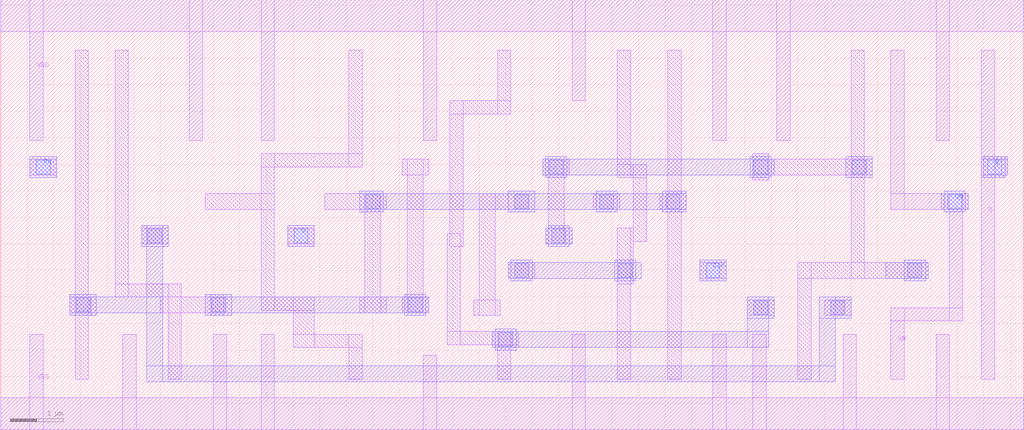
<source format=lef>
# Copyright 2022 Google LLC
# Licensed under the Apache License, Version 2.0 (the "License");
# you may not use this file except in compliance with the License.
# You may obtain a copy of the License at
#
#      http://www.apache.org/licenses/LICENSE-2.0
#
# Unless required by applicable law or agreed to in writing, software
# distributed under the License is distributed on an "AS IS" BASIS,
# WITHOUT WARRANTIES OR CONDITIONS OF ANY KIND, either express or implied.
# See the License for the specific language governing permissions and
# limitations under the License.
VERSION 5.7 ;
BUSBITCHARS "[]" ;
DIVIDERCHAR "/" ;

MACRO gf180mcu_osu_sc_gp12t3v3__dffrn_1
  CLASS CORE ;
  ORIGIN 0 0 ;
  FOREIGN gf180mcu_osu_sc_gp12t3v3__dffrn_1 0 0 ;
  SIZE 19.25 BY 8.1 ;
  SYMMETRY X Y ;
  SITE GF180_3p3_12t ;
  PIN VDD
    DIRECTION INOUT ;
    USE POWER ;
    SHAPE ABUTMENT ;
    PORT
      LAYER MET1 ;
        RECT 0 7.5 19.25 8.1 ;
        RECT 17.6 5.45 17.85 8.1 ;
        RECT 14.6 5.45 14.85 8.1 ;
        RECT 13.4 5.45 13.65 8.1 ;
        RECT 10.75 6.2 11 8.1 ;
        RECT 7.95 5.45 8.2 8.1 ;
        RECT 4.9 5.45 5.15 8.1 ;
        RECT 3.55 5.45 3.8 8.1 ;
        RECT 0.55 5.45 0.8 8.1 ;
    END
  END VDD
  PIN VSS
    DIRECTION INOUT ;
    USE GROUND ;
    PORT
      LAYER MET1 ;
        RECT 0 0 19.25 0.6 ;
        RECT 17.6 0 17.85 1.8 ;
        RECT 15.85 0 16.1 1.8 ;
        RECT 14.15 0 14.4 1.8 ;
        RECT 13.4 0 13.65 1.8 ;
        RECT 10.75 0 11 1.8 ;
        RECT 7.95 0 8.2 1.4 ;
        RECT 4.9 0 5.15 1.8 ;
        RECT 4 0 4.25 1.8 ;
        RECT 2.3 0 2.55 1.8 ;
        RECT 0.55 0 0.8 1.8 ;
    END
  END VSS
  PIN CLK
    DIRECTION INPUT ;
    USE CLOCK ;
    PORT
      LAYER MET1 ;
        RECT 13.15 2.85 13.65 3.15 ;
      LAYER MET2 ;
        RECT 13.15 2.8 13.65 3.2 ;
      LAYER VIA12 ;
        RECT 13.27 2.87 13.53 3.13 ;
    END
  END CLK
  PIN D
    DIRECTION INPUT ;
    USE SIGNAL ;
    PORT
      LAYER MET1 ;
        RECT 5.4 3.5 5.9 3.8 ;
      LAYER MET2 ;
        RECT 5.4 3.45 5.9 3.85 ;
      LAYER VIA12 ;
        RECT 5.52 3.52 5.78 3.78 ;
    END
  END D
  PIN Q
    DIRECTION OUTPUT ;
    USE SIGNAL ;
    PORT
      LAYER MET1 ;
        RECT 18.45 4.8 18.95 5.15 ;
        RECT 18.45 4.75 18.9 5.15 ;
        RECT 18.45 0.95 18.7 7.15 ;
      LAYER MET2 ;
        RECT 18.45 4.8 18.95 5.1 ;
        RECT 18.5 4.75 18.9 5.15 ;
      LAYER VIA12 ;
        RECT 18.57 4.82 18.83 5.08 ;
    END
  END Q
  PIN QN
    DIRECTION OUTPUT ;
    USE SIGNAL ;
    PORT
      LAYER MET1 ;
        RECT 16.75 4.15 18.2 4.45 ;
        RECT 17.85 2.05 18.1 4.45 ;
        RECT 16.75 2.05 18.1 2.3 ;
        RECT 16.75 4.15 17 7.15 ;
        RECT 16.75 0.95 17 2.3 ;
      LAYER MET2 ;
        RECT 17.7 4.15 18.2 4.45 ;
        RECT 17.75 4.1 18.15 4.5 ;
      LAYER VIA12 ;
        RECT 17.82 4.17 18.08 4.43 ;
    END
  END QN
  PIN RN
    DIRECTION INPUT ;
    USE SIGNAL ;
    PORT
      LAYER MET1 ;
        RECT 0.55 4.8 1.05 5.1 ;
      LAYER MET2 ;
        RECT 0.55 4.75 1.05 5.15 ;
      LAYER VIA12 ;
        RECT 0.67 4.82 0.93 5.08 ;
    END
  END RN
  OBS
    LAYER MET2 ;
      RECT 17 2.8 17.4 3.2 ;
      RECT 16.65 2.85 17.45 3.15 ;
      RECT 2.65 3.45 3.15 3.85 ;
      RECT 2.75 0.9 3.05 3.85 ;
      RECT 1.3 2.15 1.8 2.55 ;
      RECT 15.4 2.1 16 2.5 ;
      RECT 1.3 2.2 3.05 2.5 ;
      RECT 15.4 0.9 15.7 2.5 ;
      RECT 2.75 0.9 15.7 1.2 ;
      RECT 14.05 2.1 14.55 2.5 ;
      RECT 14.05 1.55 14.45 2.5 ;
      RECT 9.3 1.5 9.7 1.9 ;
      RECT 9.25 1.55 14.45 1.85 ;
      RECT 14.1 4.75 14.5 5.15 ;
      RECT 10.25 4.75 10.65 5.15 ;
      RECT 10.2 4.8 14.55 5.1 ;
      RECT 12.45 4.1 12.9 4.5 ;
      RECT 11.2 4.1 11.6 4.5 ;
      RECT 9.55 4.1 10.05 4.5 ;
      RECT 6.75 4.1 7.2 4.5 ;
      RECT 6.75 4.15 12.9 4.45 ;
      RECT 11.55 2.8 11.95 3.2 ;
      RECT 9.6 2.8 10 3.2 ;
      RECT 9.55 2.85 12.05 3.15 ;
      RECT 10.3 3.45 10.7 3.85 ;
      RECT 10.25 3.5 10.75 3.8 ;
      RECT 7.6 2.15 8 2.55 ;
      RECT 3.85 2.15 4.35 2.55 ;
      RECT 3.85 2.2 8.05 2.5 ;
      RECT 15.9 4.75 16.4 5.15 ;
    LAYER VIA12 ;
      RECT 17.07 2.87 17.33 3.13 ;
      RECT 16.02 4.82 16.28 5.08 ;
      RECT 15.62 2.17 15.88 2.43 ;
      RECT 14.17 2.17 14.43 2.43 ;
      RECT 14.17 4.82 14.43 5.08 ;
      RECT 12.52 4.17 12.78 4.43 ;
      RECT 11.62 2.87 11.88 3.13 ;
      RECT 11.27 4.17 11.53 4.43 ;
      RECT 10.37 3.52 10.63 3.78 ;
      RECT 10.32 4.82 10.58 5.08 ;
      RECT 9.67 2.87 9.93 3.13 ;
      RECT 9.67 4.17 9.93 4.43 ;
      RECT 9.37 1.57 9.63 1.83 ;
      RECT 7.67 2.22 7.93 2.48 ;
      RECT 6.87 4.17 7.13 4.43 ;
      RECT 3.97 2.22 4.23 2.48 ;
      RECT 2.77 3.52 3.03 3.78 ;
      RECT 1.42 2.22 1.68 2.48 ;
    LAYER MET1 ;
      RECT 16 2.85 16.25 7.15 ;
      RECT 14.15 4.7 14.45 5.2 ;
      RECT 14.15 4.8 16.4 5.1 ;
      RECT 15 2.85 17.45 3.15 ;
      RECT 15 0.95 15.25 3.15 ;
      RECT 12.55 0.95 12.8 7.15 ;
      RECT 12.4 4.15 12.9 4.45 ;
      RECT 11.6 4.75 11.85 7.15 ;
      RECT 11.6 4.75 12.15 5 ;
      RECT 11.9 3.55 12.15 5 ;
      RECT 11.6 2.75 11.9 3.8 ;
      RECT 11.6 0.95 11.85 3.8 ;
      RECT 10.2 4.8 10.7 5.1 ;
      RECT 10.3 3.5 10.6 5.1 ;
      RECT 10.25 3.5 10.75 3.8 ;
      RECT 9 4.15 10.05 4.45 ;
      RECT 9 2.15 9.3 4.45 ;
      RECT 8.9 2.15 9.4 2.45 ;
      RECT 9.35 5.95 9.6 7.15 ;
      RECT 8.45 5.95 9.6 6.2 ;
      RECT 8.45 3.45 8.7 6.2 ;
      RECT 8.4 1.6 8.65 3.7 ;
      RECT 8.4 1.6 9.75 1.85 ;
      RECT 9.35 1.55 9.75 1.85 ;
      RECT 9.35 0.95 9.6 1.85 ;
      RECT 7.55 4.8 8.05 5.1 ;
      RECT 7.65 2.2 7.95 5.1 ;
      RECT 7.55 2.2 8.05 2.5 ;
      RECT 6.1 4.15 7.25 4.45 ;
      RECT 6.85 2.2 7.15 4.45 ;
      RECT 6.75 2.2 7.25 2.5 ;
      RECT 6.55 4.95 6.8 7.15 ;
      RECT 4.9 4.95 6.8 5.2 ;
      RECT 4.9 2.25 5.15 5.2 ;
      RECT 3.85 4.15 5.15 4.45 ;
      RECT 4.9 2.25 5.9 2.5 ;
      RECT 5.5 1.55 5.9 2.5 ;
      RECT 5.5 1.55 6.8 1.8 ;
      RECT 6.55 0.95 6.8 1.8 ;
      RECT 2.15 2.5 2.4 7.15 ;
      RECT 2.15 2.5 3.4 2.75 ;
      RECT 3.15 0.95 3.4 2.75 ;
      RECT 3.95 2.15 4.2 2.55 ;
      RECT 3 2.2 4.35 2.5 ;
      RECT 1.4 0.95 1.65 7.15 ;
      RECT 1.3 2.2 1.8 2.5 ;
      RECT 1.4 2.15 1.7 2.5 ;
      RECT 15.5 2.15 16 2.45 ;
      RECT 14.05 2.15 14.55 2.45 ;
      RECT 11.15 4.15 11.65 4.45 ;
      RECT 9.55 2.85 10.05 3.15 ;
      RECT 2.65 3.5 3.15 3.8 ;
  END
END gf180mcu_osu_sc_gp12t3v3__dffrn_1

</source>
